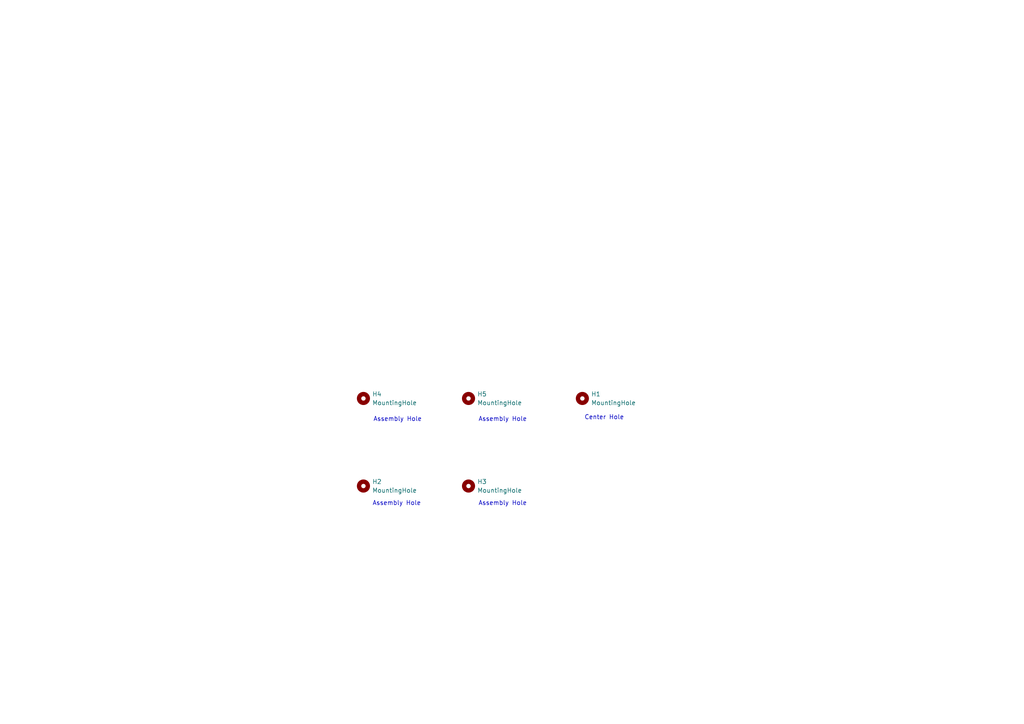
<source format=kicad_sch>
(kicad_sch
	(version 20231120)
	(generator "eeschema")
	(generator_version "8.0")
	(uuid "cd7a13dc-898b-444e-8c64-04932f1d4072")
	(paper "A4")
	(lib_symbols
		(symbol "Mechanical:MountingHole"
			(pin_names
				(offset 1.016)
			)
			(exclude_from_sim yes)
			(in_bom no)
			(on_board yes)
			(property "Reference" "H"
				(at 0 5.08 0)
				(effects
					(font
						(size 1.27 1.27)
					)
				)
			)
			(property "Value" "MountingHole"
				(at 0 3.175 0)
				(effects
					(font
						(size 1.27 1.27)
					)
				)
			)
			(property "Footprint" ""
				(at 0 0 0)
				(effects
					(font
						(size 1.27 1.27)
					)
					(hide yes)
				)
			)
			(property "Datasheet" "~"
				(at 0 0 0)
				(effects
					(font
						(size 1.27 1.27)
					)
					(hide yes)
				)
			)
			(property "Description" "Mounting Hole without connection"
				(at 0 0 0)
				(effects
					(font
						(size 1.27 1.27)
					)
					(hide yes)
				)
			)
			(property "ki_keywords" "mounting hole"
				(at 0 0 0)
				(effects
					(font
						(size 1.27 1.27)
					)
					(hide yes)
				)
			)
			(property "ki_fp_filters" "MountingHole*"
				(at 0 0 0)
				(effects
					(font
						(size 1.27 1.27)
					)
					(hide yes)
				)
			)
			(symbol "MountingHole_0_1"
				(circle
					(center 0 0)
					(radius 1.27)
					(stroke
						(width 1.27)
						(type default)
					)
					(fill
						(type none)
					)
				)
			)
		)
	)
	(text "Assembly Hole"
		(exclude_from_sim no)
		(at 115.316 121.666 0)
		(effects
			(font
				(size 1.27 1.27)
			)
		)
		(uuid "3b85603b-a8ca-4b00-854f-1abe5140bc88")
	)
	(text "Assembly Hole"
		(exclude_from_sim no)
		(at 145.796 121.666 0)
		(effects
			(font
				(size 1.27 1.27)
			)
		)
		(uuid "8be3538d-bfc8-4a7e-b36b-c41938bf84c4")
	)
	(text "Assembly Hole"
		(exclude_from_sim no)
		(at 115.062 146.05 0)
		(effects
			(font
				(size 1.27 1.27)
			)
		)
		(uuid "9c58d4b3-db68-4bf9-b301-64d6ee6fd14f")
	)
	(text "Center Hole"
		(exclude_from_sim no)
		(at 175.26 121.158 0)
		(effects
			(font
				(size 1.27 1.27)
			)
		)
		(uuid "e5bed781-99a0-4dc3-8e6c-57693aa34fc4")
	)
	(text "Assembly Hole"
		(exclude_from_sim no)
		(at 145.796 146.05 0)
		(effects
			(font
				(size 1.27 1.27)
			)
		)
		(uuid "fbc5272c-e7d6-433d-9d77-77682a6837eb")
	)
	(symbol
		(lib_id "Mechanical:MountingHole")
		(at 105.41 115.57 0)
		(unit 1)
		(exclude_from_sim yes)
		(in_bom no)
		(on_board yes)
		(dnp no)
		(fields_autoplaced yes)
		(uuid "4a3bad84-9fbb-411b-9234-f1ab324df8d1")
		(property "Reference" "H4"
			(at 107.95 114.2999 0)
			(effects
				(font
					(size 1.27 1.27)
				)
				(justify left)
			)
		)
		(property "Value" "MountingHole"
			(at 107.95 116.8399 0)
			(effects
				(font
					(size 1.27 1.27)
				)
				(justify left)
			)
		)
		(property "Footprint" "MountingHole:MountingHole_3.2mm_M3"
			(at 105.41 115.57 0)
			(effects
				(font
					(size 1.27 1.27)
				)
				(hide yes)
			)
		)
		(property "Datasheet" "~"
			(at 105.41 115.57 0)
			(effects
				(font
					(size 1.27 1.27)
				)
				(hide yes)
			)
		)
		(property "Description" "Mounting Hole without connection"
			(at 105.41 115.57 0)
			(effects
				(font
					(size 1.27 1.27)
				)
				(hide yes)
			)
		)
		(instances
			(project ""
				(path "/cd7a13dc-898b-444e-8c64-04932f1d4072"
					(reference "H4")
					(unit 1)
				)
			)
		)
	)
	(symbol
		(lib_id "Mechanical:MountingHole")
		(at 168.91 115.57 0)
		(unit 1)
		(exclude_from_sim yes)
		(in_bom no)
		(on_board yes)
		(dnp no)
		(fields_autoplaced yes)
		(uuid "5fd6209a-a055-43ae-91a0-bf18c602c4e6")
		(property "Reference" "H1"
			(at 171.45 114.2999 0)
			(effects
				(font
					(size 1.27 1.27)
				)
				(justify left)
			)
		)
		(property "Value" "MountingHole"
			(at 171.45 116.8399 0)
			(effects
				(font
					(size 1.27 1.27)
				)
				(justify left)
			)
		)
		(property "Footprint" "MountingHole:MountingHole_8.4mm_M8"
			(at 168.91 115.57 0)
			(effects
				(font
					(size 1.27 1.27)
				)
				(hide yes)
			)
		)
		(property "Datasheet" "~"
			(at 168.91 115.57 0)
			(effects
				(font
					(size 1.27 1.27)
				)
				(hide yes)
			)
		)
		(property "Description" "Mounting Hole without connection"
			(at 168.91 115.57 0)
			(effects
				(font
					(size 1.27 1.27)
				)
				(hide yes)
			)
		)
		(instances
			(project ""
				(path "/cd7a13dc-898b-444e-8c64-04932f1d4072"
					(reference "H1")
					(unit 1)
				)
			)
		)
	)
	(symbol
		(lib_id "Mechanical:MountingHole")
		(at 135.89 115.57 0)
		(unit 1)
		(exclude_from_sim yes)
		(in_bom no)
		(on_board yes)
		(dnp no)
		(fields_autoplaced yes)
		(uuid "72101bb1-8f90-4248-bf56-34caf4955f55")
		(property "Reference" "H5"
			(at 138.43 114.2999 0)
			(effects
				(font
					(size 1.27 1.27)
				)
				(justify left)
			)
		)
		(property "Value" "MountingHole"
			(at 138.43 116.8399 0)
			(effects
				(font
					(size 1.27 1.27)
				)
				(justify left)
			)
		)
		(property "Footprint" "MountingHole:MountingHole_3.2mm_M3"
			(at 135.89 115.57 0)
			(effects
				(font
					(size 1.27 1.27)
				)
				(hide yes)
			)
		)
		(property "Datasheet" "~"
			(at 135.89 115.57 0)
			(effects
				(font
					(size 1.27 1.27)
				)
				(hide yes)
			)
		)
		(property "Description" "Mounting Hole without connection"
			(at 135.89 115.57 0)
			(effects
				(font
					(size 1.27 1.27)
				)
				(hide yes)
			)
		)
		(instances
			(project "Wire Spool Antenna Blank V1.2"
				(path "/cd7a13dc-898b-444e-8c64-04932f1d4072"
					(reference "H5")
					(unit 1)
				)
			)
		)
	)
	(symbol
		(lib_id "Mechanical:MountingHole")
		(at 135.89 140.97 0)
		(unit 1)
		(exclude_from_sim yes)
		(in_bom no)
		(on_board yes)
		(dnp no)
		(fields_autoplaced yes)
		(uuid "d1c860d5-c3c3-4795-8932-09908d58776b")
		(property "Reference" "H3"
			(at 138.43 139.6999 0)
			(effects
				(font
					(size 1.27 1.27)
				)
				(justify left)
			)
		)
		(property "Value" "MountingHole"
			(at 138.43 142.2399 0)
			(effects
				(font
					(size 1.27 1.27)
				)
				(justify left)
			)
		)
		(property "Footprint" "MountingHole:MountingHole_3.2mm_M3"
			(at 135.89 140.97 0)
			(effects
				(font
					(size 1.27 1.27)
				)
				(hide yes)
			)
		)
		(property "Datasheet" "~"
			(at 135.89 140.97 0)
			(effects
				(font
					(size 1.27 1.27)
				)
				(hide yes)
			)
		)
		(property "Description" "Mounting Hole without connection"
			(at 135.89 140.97 0)
			(effects
				(font
					(size 1.27 1.27)
				)
				(hide yes)
			)
		)
		(instances
			(project "Wire Spool Antenna Blank V1.2"
				(path "/cd7a13dc-898b-444e-8c64-04932f1d4072"
					(reference "H3")
					(unit 1)
				)
			)
		)
	)
	(symbol
		(lib_id "Mechanical:MountingHole")
		(at 105.41 140.97 0)
		(unit 1)
		(exclude_from_sim yes)
		(in_bom no)
		(on_board yes)
		(dnp no)
		(fields_autoplaced yes)
		(uuid "e7210d7b-9333-4103-a70c-69582d464143")
		(property "Reference" "H2"
			(at 107.95 139.6999 0)
			(effects
				(font
					(size 1.27 1.27)
				)
				(justify left)
			)
		)
		(property "Value" "MountingHole"
			(at 107.95 142.2399 0)
			(effects
				(font
					(size 1.27 1.27)
				)
				(justify left)
			)
		)
		(property "Footprint" "MountingHole:MountingHole_3.2mm_M3"
			(at 105.41 140.97 0)
			(effects
				(font
					(size 1.27 1.27)
				)
				(hide yes)
			)
		)
		(property "Datasheet" "~"
			(at 105.41 140.97 0)
			(effects
				(font
					(size 1.27 1.27)
				)
				(hide yes)
			)
		)
		(property "Description" "Mounting Hole without connection"
			(at 105.41 140.97 0)
			(effects
				(font
					(size 1.27 1.27)
				)
				(hide yes)
			)
		)
		(instances
			(project "Wire Spool Antenna Blank V1.2"
				(path "/cd7a13dc-898b-444e-8c64-04932f1d4072"
					(reference "H2")
					(unit 1)
				)
			)
		)
	)
	(sheet_instances
		(path "/"
			(page "1")
		)
	)
)

</source>
